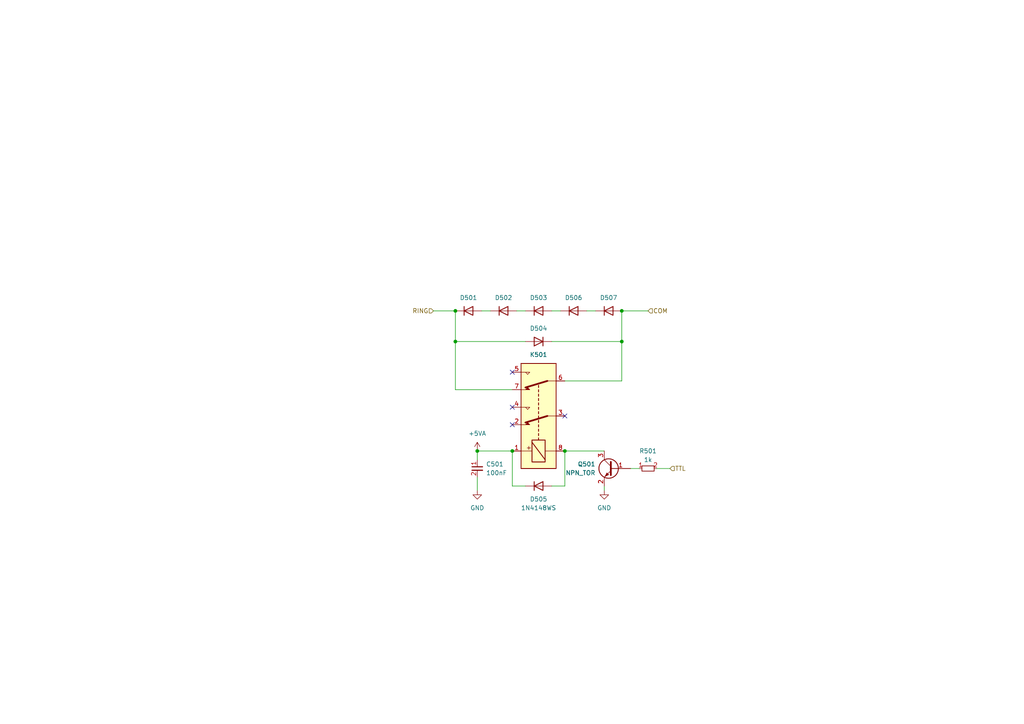
<source format=kicad_sch>
(kicad_sch (version 20230121) (generator eeschema)
  (paper "A4")
  (lib_symbols
    (symbol "capacitor_miscellaneous:C_0402_100nF"
      (property "Reference" "C" (at 1.27 2.54 0))
      (property "Value" "100nF" (at 3.81 -2.54 0))
      (symbol "C_0402_100nF_0_1"
        (polyline (pts (xy -1.524 -0.508) (xy 1.524 -0.508)) (stroke (width 0.3302)))
        (polyline (pts (xy -1.524 0.508) (xy 1.524 0.508)) (stroke (width 0.3048)))
      )
      (symbol "C_0402_100nF_1_1"
        (pin passive line (at 0 2.54 270) (length 2.032) (name "~") (number "1"))
        (pin passive line (at 0 -2.54 90) (length 2.032) (name "~") (number "2"))
      )
    )
    (symbol "custom_kicad_lib_sk:1N4148WS" (pin_numbers hide) (pin_names hide)
      (property "Reference" "D" (at 0 2.54 0))
      (property "Value" "1N4148WS" (at 0 -2.54 0))
      (symbol "1N4148WS_0_1"
        (polyline (pts (xy -1.27 1.27) (xy -1.27 -1.27)) (stroke (width 0.254)))
        (polyline (pts (xy 1.27 0) (xy -1.27 0)))
        (polyline (pts (xy 1.27 1.27) (xy 1.27 -1.27) (xy -1.27 0) (xy 1.27 1.27)) (stroke (width 0.254)))
      )
      (symbol "1N4148WS_1_1"
        (pin passive line (at -3.81 0 0) (length 2.54) (name "K") (number "1"))
        (pin passive line (at 3.81 0 180) (length 2.54) (name "A") (number "2"))
      )
    )
    (symbol "custom_kicad_lib_sk:G6K-2F-Y-TR DC5"
      (property "Reference" "K" (at 16.51 3.81 0))
      (symbol "G6K-2F-Y-TR DC5_0_0"
        (text "+" (at -9.271 2.921 0) (effects (font (size 1.27 1.27))))
      )
      (symbol "G6K-2F-Y-TR DC5_0_1"
        (rectangle (start -15.24 5.08) (end 15.24 -5.08) (stroke (width 0.254)) (fill (type background)))
        (rectangle (start -13.335 1.905) (end -6.985 -1.905) (stroke (width 0.254)))
        (polyline (pts (xy -12.7 -1.905) (xy -7.62 1.905)) (stroke (width 0.254)))
        (polyline (pts (xy -10.16 -5.08) (xy -10.16 -1.905)))
        (polyline (pts (xy -10.16 5.08) (xy -10.16 1.905)))
        (polyline (pts (xy -6.985 0) (xy -6.35 0)) (stroke (width 0.254)))
        (polyline (pts (xy -5.715 0) (xy -5.08 0)) (stroke (width 0.254)))
        (polyline (pts (xy -4.445 0) (xy -3.81 0)) (stroke (width 0.254)))
        (polyline (pts (xy -3.175 0) (xy -2.54 0)) (stroke (width 0.254)))
        (polyline (pts (xy -1.905 0) (xy -1.27 0)) (stroke (width 0.254)))
        (polyline (pts (xy -0.635 0) (xy 0 0)) (stroke (width 0.254)))
        (polyline (pts (xy 0 -2.54) (xy -1.905 3.81)) (stroke (width 0.508)))
        (polyline (pts (xy 0 -2.54) (xy 0 -5.08)))
        (polyline (pts (xy 0.635 0) (xy 1.27 0)) (stroke (width 0.254)))
        (polyline (pts (xy 1.905 0) (xy 2.54 0)) (stroke (width 0.254)))
        (polyline (pts (xy 3.175 0) (xy 3.81 0)) (stroke (width 0.254)))
        (polyline (pts (xy 4.445 0) (xy 5.08 0)) (stroke (width 0.254)))
        (polyline (pts (xy 5.715 0) (xy 6.35 0)) (stroke (width 0.254)))
        (polyline (pts (xy 6.985 0) (xy 7.62 0)) (stroke (width 0.254)))
        (polyline (pts (xy 8.255 0) (xy 8.89 0)) (stroke (width 0.254)))
        (polyline (pts (xy 10.16 -2.54) (xy 8.255 3.81)) (stroke (width 0.508)))
        (polyline (pts (xy 10.16 -2.54) (xy 10.16 -5.08)))
        (polyline (pts (xy -2.54 5.08) (xy -2.54 2.54) (xy -1.905 3.175) (xy -2.54 3.81)) (fill (type outline)))
        (polyline (pts (xy 2.54 5.08) (xy 2.54 2.54) (xy 1.905 3.175) (xy 2.54 3.81)))
        (polyline (pts (xy 7.62 5.08) (xy 7.62 2.54) (xy 8.255 3.175) (xy 7.62 3.81)) (fill (type outline)))
        (polyline (pts (xy 12.7 5.08) (xy 12.7 2.54) (xy 12.065 3.175) (xy 12.7 3.81)))
      )
      (symbol "G6K-2F-Y-TR DC5_1_1"
        (pin passive line (at -10.16 7.62 270) (length 2.54) (name "~") (number "1"))
        (pin passive line (at -2.54 7.62 270) (length 2.54) (name "~") (number "2"))
        (pin passive line (at 0 -7.62 90) (length 2.54) (name "~") (number "3"))
        (pin passive line (at 2.54 7.62 270) (length 2.54) (name "~") (number "4"))
        (pin passive line (at 12.7 7.62 270) (length 2.54) (name "~") (number "5"))
        (pin passive line (at 10.16 -7.62 90) (length 2.54) (name "~") (number "6"))
        (pin passive line (at 7.62 7.62 270) (length 2.54) (name "~") (number "7"))
        (pin passive line (at -10.16 -7.62 90) (length 2.54) (name "~") (number "8"))
      )
    )
    (symbol "custom_kicad_lib_sk:NPN_TOR" (pin_names (offset 0) hide)
      (property "Reference" "Q" (at 5.08 1.905 0))
      (property "Value" "NPN_TOR" (at 5.08 0 0))
      (symbol "NPN_TOR_0_1"
        (polyline (pts (xy 0.635 0.635) (xy 2.54 2.54)))
        (polyline (pts (xy 0.635 -0.635) (xy 2.54 -2.54) (xy 2.54 -2.54)))
        (polyline (pts (xy 0.635 1.905) (xy 0.635 -1.905) (xy 0.635 -1.905)) (stroke (width 0.508)))
        (polyline (pts (xy 1.27 -1.778) (xy 1.778 -1.27) (xy 2.286 -2.286) (xy 1.27 -1.778) (xy 1.27 -1.778)) (fill (type outline)))
        (circle (center 1.27 0) (radius 2.8194) (stroke (width 0.254)))
      )
      (symbol "NPN_TOR_1_1"
        (pin input line (at -5.08 0 0) (length 5.715) (name "B") (number "1"))
        (pin passive line (at 2.54 -5.08 90) (length 2.54) (name "E") (number "2"))
        (pin passive line (at 2.54 5.08 270) (length 2.54) (name "C") (number "3"))
      )
    )
    (symbol "custom_kicad_lib_sk:SS53" (pin_numbers hide) (pin_names (offset 1.016) hide)
      (property "Reference" "D" (at 0 2.54 0))
      (property "Value" "SS53" (at 0 -1.27 0))
      (symbol "SS53_0_1"
        (polyline (pts (xy -1.27 2.54) (xy -1.27 0)) (stroke (width 0.254)))
        (polyline (pts (xy 1.27 1.27) (xy -1.27 1.27)))
        (polyline (pts (xy 1.27 2.54) (xy 1.27 0) (xy -1.27 1.27) (xy 1.27 2.54)) (stroke (width 0.254)))
      )
      (symbol "SS53_1_1"
        (pin passive line (at -3.81 1.27 0) (length 2.54) (name "K") (number "1"))
        (pin passive line (at 3.81 1.27 180) (length 2.54) (name "A") (number "2"))
      )
    )
    (symbol "power:+5VA" (power) (pin_names (offset 0))
      (property "Value" "+5VA" (at 0 3.556 0))
      (symbol "+5VA_0_1"
        (polyline (pts (xy -0.762 1.27) (xy 0 2.54)))
        (polyline (pts (xy 0 0) (xy 0 2.54)))
        (polyline (pts (xy 0 2.54) (xy 0.762 1.27)))
      )
      (symbol "+5VA_1_1"
        (pin power_in line (at 0 0 90) (length 0) hide (name "+5VA") (number "1"))
      )
    )
    (symbol "power:GND" (power) (pin_names (offset 0))
      (property "Value" "GND" (at 0 -3.81 0))
      (symbol "GND_0_1"
        (polyline (pts (xy 0 0) (xy 0 -1.27) (xy 1.27 -1.27) (xy 0 -2.54) (xy -1.27 -1.27) (xy 0 -1.27)))
      )
      (symbol "GND_1_1"
        (pin power_in line (at 0 0 270) (length 0) hide (name "GND") (number "1"))
      )
    )
    (symbol "resistors_0603:R_1k_0603"
      (property "Reference" "R" (at 1.27 2.54 0))
      (property "Value" "1k" (at 2.54 -2.54 0))
      (symbol "R_1k_0603_0_1"
        (rectangle (start -0.762 1.778) (end 0.762 -1.778) (stroke (width 0.2032)))
      )
      (symbol "R_1k_0603_1_1"
        (pin passive line (at 0 2.54 270) (length 0.762) (name "~") (number "1"))
        (pin passive line (at 0 -2.54 90) (length 0.762) (name "~") (number "2"))
      )
    )
  )
  (junction (at 180.34 99.06))
  (junction (at 132.08 99.06))
  (junction (at 163.83 130.81))
  (junction (at 138.43 130.81))
  (junction (at 132.08 90.17))
  (junction (at 148.59 130.81))
  (junction (at 180.34 90.17))
  (no_connect (at 148.59 118.11))
  (no_connect (at 148.59 107.95))
  (no_connect (at 163.83 120.65))
  (no_connect (at 148.59 123.19))
  (wire (pts (xy 148.59 113.03) (xy 132.08 113.03)))
  (wire (pts (xy 139.7 90.17) (xy 142.24 90.17)))
  (wire (pts (xy 163.83 130.81) (xy 163.83 140.97)))
  (wire (pts (xy 160.02 99.06) (xy 180.34 99.06)))
  (wire (pts (xy 160.02 90.17) (xy 162.56 90.17)))
  (wire (pts (xy 132.08 113.03) (xy 132.08 99.06)))
  (wire (pts (xy 163.83 130.81) (xy 175.26 130.81)))
  (wire (pts (xy 170.18 90.17) (xy 172.72 90.17)))
  (wire (pts (xy 180.34 99.06) (xy 180.34 90.17)))
  (wire (pts (xy 132.08 99.06) (xy 152.4 99.06)))
  (wire (pts (xy 125.73 90.17) (xy 132.08 90.17)))
  (wire (pts (xy 138.43 130.81) (xy 138.43 133.35)))
  (wire (pts (xy 132.08 90.17) (xy 132.08 99.06)))
  (wire (pts (xy 148.59 140.97) (xy 148.59 130.81)))
  (wire (pts (xy 149.86 90.17) (xy 152.4 90.17)))
  (wire (pts (xy 190.5 135.89) (xy 194.31 135.89)))
  (wire (pts (xy 180.34 110.49) (xy 180.34 99.06)))
  (wire (pts (xy 175.26 140.97) (xy 175.26 142.24)))
  (wire (pts (xy 182.88 135.89) (xy 185.42 135.89)))
  (wire (pts (xy 138.43 138.43) (xy 138.43 142.24)))
  (wire (pts (xy 163.83 140.97) (xy 160.02 140.97)))
  (wire (pts (xy 163.83 110.49) (xy 180.34 110.49)))
  (wire (pts (xy 138.43 130.81) (xy 148.59 130.81)))
  (wire (pts (xy 152.4 140.97) (xy 148.59 140.97)))
  (wire (pts (xy 180.34 90.17) (xy 187.96 90.17)))
  (hierarchical_label "RING" (shape input) (at 125.73 90.17 180))
  (hierarchical_label "TTL" (shape input) (at 194.31 135.89 0))
  (hierarchical_label "COM" (shape input) (at 187.96 90.17 0))
  (symbol (lib_id "custom_kicad_lib_sk:SS53") (at 176.53 91.44 0) (unit 1)
    (property "Reference" "D507" (at 176.53 86.36 0))
    (property "Value" "SS53" (effects hide))
    (property "Footprint" "Diode_SMD:D_SMA" (effects hide))
    (property "Sim.Device" "D" (effects hide))
    (property "Sim.Pins" "1=K 2=A" (effects hide))
    (property "JLCPCB Part#" "C8678" (effects hide))
  )
  (symbol (lib_id "custom_kicad_lib_sk:SS53") (at 166.37 91.44 0) (unit 1)
    (property "Reference" "D506" (at 166.37 86.36 0))
    (property "Value" "SS53" (effects hide))
    (property "Footprint" "Diode_SMD:D_SMA" (effects hide))
    (property "Sim.Device" "D" (effects hide))
    (property "Sim.Pins" "1=K 2=A" (effects hide))
    (property "JLCPCB Part#" "C8678" (effects hide))
  )
  (symbol (lib_id "custom_kicad_lib_sk:SS53") (at 146.05 91.44 0) (unit 1)
    (property "Reference" "D502" (at 146.05 86.36 0))
    (property "Value" "SS53" (effects hide))
    (property "Footprint" "Diode_SMD:D_SMA" (effects hide))
    (property "Sim.Device" "D" (effects hide))
    (property "Sim.Pins" "1=K 2=A" (effects hide))
    (property "JLCPCB Part#" "C8678" (effects hide))
  )
  (symbol (lib_id "custom_kicad_lib_sk:G6K-2F-Y-TR DC5") (at 156.21 120.65 90) (unit 1)
    (property "Reference" "K501" (at 156.21 102.87 90))
    (property "Value" "G6K-2F-Y-TR DC5" (effects hide))
    (property "Footprint" "Relay_SMD:Relay_DPDT_Omron_G6K-2F-Y" (effects hide))
    (property "Datasheet" "http://omronfs.omron.com/en_US/ecb/products/pdf/en-g6k.pdf" (effects hide))
    (property "JLCPCB Part#" "C47190" (effects hide))
  )
  (symbol (lib_id "power:GND") (at 138.43 142.24 0) (unit 1)
    (property "Reference" "#PWR0503" (effects hide))
    (property "Value" "GND" (at 138.43 147.32 0))
  )
  (symbol (lib_id "resistors_0603:R_1k_0603") (at 187.96 135.89 90) (unit 1)
    (property "Reference" "R501" (at 187.96 130.81 90))
    (property "Value" "1k" (at 187.96 133.35 90))
    (property "Footprint" "custom_kicad_lib_sk:R_0603_smalltext" (effects hide))
    (property "JLCPCB Part#" "C21190" (effects hide))
  )
  (symbol (lib_id "custom_kicad_lib_sk:SS53") (at 156.21 97.79 180) (unit 1)
    (property "Reference" "D504" (at 156.21 95.25 0))
    (property "Value" "SS53" (effects hide))
    (property "Footprint" "Diode_SMD:D_SMA" (effects hide))
    (property "Sim.Device" "D" (effects hide))
    (property "Sim.Pins" "1=K 2=A" (effects hide))
    (property "JLCPCB Part#" "C8678" (effects hide))
  )
  (symbol (lib_id "power:+5VA") (at 138.43 130.81 0) (unit 1)
    (property "Reference" "#PWR0501" (effects hide))
    (property "Value" "+5VA" (at 138.43 125.73 0))
  )
  (symbol (lib_id "custom_kicad_lib_sk:NPN_TOR") (at 177.8 135.89 0) (mirror y) (unit 1)
    (property "Reference" "Q501" (at 172.72 134.62 0) (effects (justify left)))
    (property "Value" "NPN_TOR" (at 172.72 137.16 0) (effects (justify left)))
    (property "Footprint" "Package_TO_SOT_SMD:SOT-23" (effects hide))
    (property "JLCPCB Part#" "C2145" (effects hide))
  )
  (symbol (lib_id "capacitor_miscellaneous:C_0402_100nF") (at 138.43 135.89 0) (unit 1)
    (property "Reference" "C501" (at 140.97 134.6263 0) (effects (justify left)))
    (property "Value" "100nF" (at 140.97 137.1663 0) (effects (justify left)))
    (property "Footprint" "Capacitor_SMD:C_0402_1005Metric" (effects hide))
    (property "JLCPCB Part#" "C307331" (effects hide))
  )
  (symbol (lib_id "custom_kicad_lib_sk:1N4148WS") (at 156.21 140.97 0) (unit 1)
    (property "Reference" "D505" (at 156.21 144.78 0))
    (property "Value" "1N4148WS" (at 156.21 147.32 0))
    (property "Footprint" "Diode_SMD:D_SOD-323" (effects hide))
    (property "Datasheet" "https://www.vishay.com/docs/85751/1n4148ws.pdf" (effects hide))
    (property "Sim.Device" "D" (effects hide))
    (property "Sim.Pins" "1=K 2=A" (effects hide))
    (property "JLCPCB Part#" "C2128" (effects hide))
  )
  (symbol (lib_id "custom_kicad_lib_sk:SS53") (at 135.89 91.44 0) (unit 1)
    (property "Reference" "D501" (at 135.89 86.36 0))
    (property "Value" "SS53" (effects hide))
    (property "Footprint" "Diode_SMD:D_SMA" (effects hide))
    (property "Sim.Device" "D" (effects hide))
    (property "Sim.Pins" "1=K 2=A" (effects hide))
    (property "JLCPCB Part#" "C8678" (effects hide))
  )
  (symbol (lib_id "custom_kicad_lib_sk:SS53") (at 156.21 91.44 0) (unit 1)
    (property "Reference" "D503" (at 156.21 86.36 0))
    (property "Value" "SS53" (effects hide))
    (property "Footprint" "Diode_SMD:D_SMA" (effects hide))
    (property "Sim.Device" "D" (effects hide))
    (property "Sim.Pins" "1=K 2=A" (effects hide))
    (property "JLCPCB Part#" "C8678" (effects hide))
  )
  (symbol (lib_id "power:GND") (at 175.26 142.24 0) (unit 1)
    (property "Reference" "#PWR0502" (effects hide))
    (property "Value" "GND" (at 175.26 147.32 0))
  )
)
</source>
